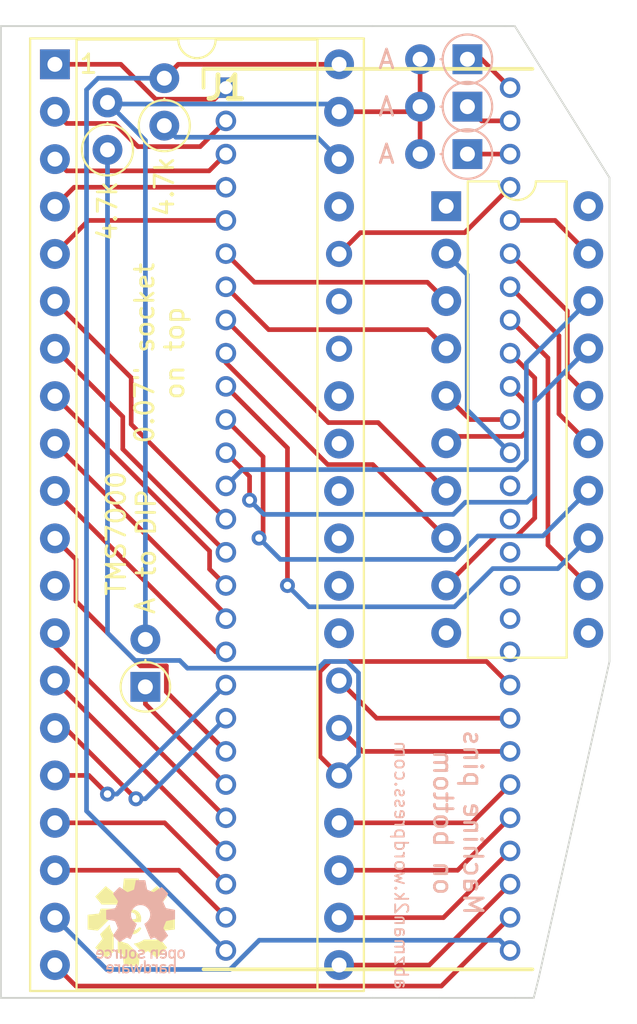
<source format=kicad_pcb>
(kicad_pcb (version 20211014) (generator pcbnew)
  (layers (0 "F.Cu" signal) (31 "B.Cu" signal) (34 "B.Paste" user) (35 "F.Paste" user) (36 "B.SilkS" user "B.Silkscreen") (37 "F.SilkS" user "F.Silkscreen") (38 "B.Mask" user) (39 "F.Mask" user) (44 "Edge.Cuts" user))
  (net 0 "")
  (net 1 "B5")
  (net 2 "B0")
  (net 3 "B2")
  (net 4 "B6")
  (net 5 "B3")
  (net 6 "B7")
  (net 7 "B1")
  (net 8 "Vss")
  (net 9 "B4")
  (net 10 "A1")
  (net 11 "A3")
  (net 12 "A7")
  (net 13 "{slash}INT1")
  (net 14 "A6")
  (net 15 "A0")
  (net 16 "A2")
  (net 17 "A4")
  (net 18 "{slash}INT3")
  (net 19 "{slash}RESET")
  (net 20 "XTAL2")
  (net 21 "D7")
  (net 22 "D4")
  (net 23 "D2")
  (net 24 "D1")
  (net 25 "A5")
  (net 26 "XTAL1")
  (net 27 "D6")
  (net 28 "D5")
  (net 29 "D3")
  (net 30 "Vcc")
  (net 31 "D0")
  (net 32 "C1")
  (net 33 "C3")
  (net 34 "C5")
  (net 35 "C7")
  (net 36 "MC")
  (net 37 "C0")
  (net 38 "C2")
  (net 39 "C4")
  (net 40 "C6")
  (net 41 "{slash}CS1")
  (net 42 "{slash}CS2")
  (net 43 "{slash}CS3")
  (net 44 "{slash}CS4")
  (net 51 "ADDR0")
  (net 52 "ADDR1")
  (net 53 "ADDR2")
  (net 54 "ADDR3")
  (net 55 "ADDR4")
  (net 56 "E1")
  (net 57 "E3")
  (net 58 "E5")
  (net 59 "E7")
  (net 60 "ADDR5")
  (net 61 "ADDR6")
  (net 62 "ADDR7")
  (net 64 "E0")
  (net 65 "E2")
  (net 66 "E4")
  (net 67 "E6")
  (footprint "Diode_THT:D_DO-35_SOD27_P2.54mm_Vertical_AnodeUp" (layer "F.Cu") (at 124.968 81.886315 90)
    (fp_text reference "D4" hide)
    (fp_text value "1N4148")
    (fp_text user "A" (at 4.34 0 90) (layer "F.SilkS"))
    (pad "1" thru_hole rect locked (at 0 0 90) (size 1.6 1.6) (drill 0.8) (layers *.Cu *.Mask) (net 44 "{slash}CS4"))
    (pad "2" thru_hole oval locked (at 2.54 0 90) (size 1.6 1.6) (drill 0.8) (layers *.Cu *.Mask) (net 4 "B6"))
  )
  (footprint "Resistor_THT:R_Axial_DIN0207_L6.3mm_D2.5mm_P2.54mm_Vertical" (layer "F.Cu") (at 125.984 51.816 90)
    (fp_text reference "R2" hide)
    (fp_text value "4.7k" (at -3.273 0 90) (layer "F.SilkS"))
    (pad "1" thru_hole circle locked (at 0 0 90) (size 1.6 1.6) (drill 0.8) (layers *.Cu *.Mask) (net 9 "B4"))
    (pad "2" thru_hole oval locked (at 2.54 0 90) (size 1.6 1.6) (drill 0.8) (layers *.Cu *.Mask) (net 8 "Vss"))
  )
  (footprint "Package_DIP:DIP-20_W7.62mm" (layer "F.Cu") (at 141.102 56.134)
    (fp_text reference "J2" hide)
    (fp_text value "DIP20 male pins")
    (pad "1" thru_hole rect locked (at 0 0) (size 1.6 1.6) (drill 0.8) (layers *.Cu *.Mask))
    (pad "2" thru_hole oval locked (at 0 2.54) (size 1.6 1.6) (drill 0.8) (layers *.Cu *.Mask) (net 51 "ADDR0"))
    (pad "3" thru_hole oval locked (at 0 5.08) (size 1.6 1.6) (drill 0.8) (layers *.Cu *.Mask) (net 64 "E0"))
    (pad "4" thru_hole oval locked (at 0 7.62) (size 1.6 1.6) (drill 0.8) (layers *.Cu *.Mask) (net 56 "E1"))
    (pad "5" thru_hole oval locked (at 0 10.16) (size 1.6 1.6) (drill 0.8) (layers *.Cu *.Mask) (net 52 "ADDR1"))
    (pad "6" thru_hole oval locked (at 0 12.7) (size 1.6 1.6) (drill 0.8) (layers *.Cu *.Mask) (net 53 "ADDR2"))
    (pad "7" thru_hole oval locked (at 0 15.24) (size 1.6 1.6) (drill 0.8) (layers *.Cu *.Mask) (net 65 "E2"))
    (pad "8" thru_hole oval locked (at 0 17.78) (size 1.6 1.6) (drill 0.8) (layers *.Cu *.Mask) (net 57 "E3"))
    (pad "9" thru_hole oval locked (at 0 20.32) (size 1.6 1.6) (drill 0.8) (layers *.Cu *.Mask) (net 54 "ADDR3"))
    (pad "10" thru_hole oval locked (at 0 22.86) (size 1.6 1.6) (drill 0.8) (layers *.Cu *.Mask))
    (pad "11" thru_hole oval locked (at 7.62 22.86) (size 1.6 1.6) (drill 0.8) (layers *.Cu *.Mask))
    (pad "12" thru_hole oval locked (at 7.62 20.32) (size 1.6 1.6) (drill 0.8) (layers *.Cu *.Mask) (net 55 "ADDR4"))
    (pad "13" thru_hole oval locked (at 7.62 17.78) (size 1.6 1.6) (drill 0.8) (layers *.Cu *.Mask) (net 66 "E4"))
    (pad "14" thru_hole oval locked (at 7.62 15.24) (size 1.6 1.6) (drill 0.8) (layers *.Cu *.Mask) (net 58 "E5"))
    (pad "15" thru_hole oval locked (at 7.62 12.7) (size 1.6 1.6) (drill 0.8) (layers *.Cu *.Mask) (net 60 "ADDR5"))
    (pad "16" thru_hole oval locked (at 7.62 10.16) (size 1.6 1.6) (drill 0.8) (layers *.Cu *.Mask) (net 61 "ADDR6"))
    (pad "17" thru_hole oval locked (at 7.62 7.62) (size 1.6 1.6) (drill 0.8) (layers *.Cu *.Mask) (net 67 "E6"))
    (pad "18" thru_hole oval locked (at 7.62 5.08) (size 1.6 1.6) (drill 0.8) (layers *.Cu *.Mask) (net 59 "E7"))
    (pad "19" thru_hole oval locked (at 7.62 2.54) (size 1.6 1.6) (drill 0.8) (layers *.Cu *.Mask) (net 62 "ADDR7"))
    (pad "20" thru_hole oval locked (at 7.62 0) (size 1.6 1.6) (drill 0.8) (layers *.Cu *.Mask))
  )
  (footprint "Evan's misc parts:DIP 54 1.78mm" (layer "F.Cu") (at 129.286 49.784)
    (fp_text reference "J1" (at 0 0) (layer "F.SilkS") (effects (font (size 1.27 1.27) (thickness 0.254))))
    (fp_text value "dip54 narrow" hide)
    (pad "1" thru_hole rect (at 0 0) (size 1.1 1.1) (drill 0.7) (layers *.Cu *.Mask) (net 1 "B5"))
    (pad "2" thru_hole circle (at 0 1.778) (size 1.1 1.1) (drill 0.7) (layers *.Cu *.Mask) (net 6 "B7"))
    (pad "3" thru_hole circle (at 0 3.556) (size 1.1 1.1) (drill 0.7) (layers *.Cu *.Mask) (net 2 "B0"))
    (pad "4" thru_hole circle (at 0 5.334) (size 1.1 1.1) (drill 0.7) (layers *.Cu *.Mask) (net 7 "B1"))
    (pad "5" thru_hole circle (at 0 7.112) (size 1.1 1.1) (drill 0.7) (layers *.Cu *.Mask) (net 3 "B2"))
    (pad "6" thru_hole circle (at 0 8.89) (size 1.1 1.1) (drill 0.7) (layers *.Cu *.Mask) (net 64 "E0"))
    (pad "7" thru_hole circle (at 0 10.668) (size 1.1 1.1) (drill 0.7) (layers *.Cu *.Mask) (net 56 "E1"))
    (pad "8" thru_hole circle (at 0 12.446) (size 1.1 1.1) (drill 0.7) (layers *.Cu *.Mask) (net 65 "E2"))
    (pad "9" thru_hole circle (at 0 14.224) (size 1.1 1.1) (drill 0.7) (layers *.Cu *.Mask) (net 57 "E3"))
    (pad "10" thru_hole circle (at 0 16.002) (size 1.1 1.1) (drill 0.7) (layers *.Cu *.Mask) (net 66 "E4"))
    (pad "11" thru_hole circle (at 0 17.78) (size 1.1 1.1) (drill 0.7) (layers *.Cu *.Mask) (net 58 "E5"))
    (pad "12" thru_hole circle (at 0 19.558) (size 1.1 1.1) (drill 0.7) (layers *.Cu *.Mask) (net 67 "E6"))
    (pad "13" thru_hole circle (at 0 21.336) (size 1.1 1.1) (drill 0.7) (layers *.Cu *.Mask) (net 59 "E7"))
    (pad "14" thru_hole circle (at 0 23.114) (size 1.1 1.1) (drill 0.7) (layers *.Cu *.Mask) (net 15 "A0"))
    (pad "15" thru_hole circle (at 0 24.892) (size 1.1 1.1) (drill 0.7) (layers *.Cu *.Mask) (net 10 "A1"))
    (pad "16" thru_hole circle (at 0 26.67) (size 1.1 1.1) (drill 0.7) (layers *.Cu *.Mask) (net 16 "A2"))
    (pad "17" thru_hole circle (at 0 28.448) (size 1.1 1.1) (drill 0.7) (layers *.Cu *.Mask) (net 11 "A3"))
    (pad "18" thru_hole circle (at 0 30.226) (size 1.1 1.1) (drill 0.7) (layers *.Cu *.Mask) (net 17 "A4"))
    (pad "19" thru_hole circle (at 0 32.004) (size 1.1 1.1) (drill 0.7) (layers *.Cu *.Mask) (net 25 "A5"))
    (pad "20" thru_hole circle (at 0 33.782) (size 1.1 1.1) (drill 0.7) (layers *.Cu *.Mask) (net 14 "A6"))
    (pad "21" thru_hole circle (at 0 35.56) (size 1.1 1.1) (drill 0.7) (layers *.Cu *.Mask) (net 12 "A7"))
    (pad "22" thru_hole circle (at 0 37.338) (size 1.1 1.1) (drill 0.7) (layers *.Cu *.Mask) (net 44 "{slash}CS4"))
    (pad "23" thru_hole circle (at 0 39.116) (size 1.1 1.1) (drill 0.7) (layers *.Cu *.Mask) (net 13 "{slash}INT1"))
    (pad "24" thru_hole circle (at 0 40.894) (size 1.1 1.1) (drill 0.7) (layers *.Cu *.Mask) (net 19 "{slash}RESET"))
    (pad "25" thru_hole circle (at 0 42.672) (size 1.1 1.1) (drill 0.7) (layers *.Cu *.Mask) (net 20 "XTAL2"))
    (pad "26" thru_hole circle (at 0 44.45) (size 1.1 1.1) (drill 0.7) (layers *.Cu *.Mask) (net 26 "XTAL1"))
    (pad "27" thru_hole circle (at 0 46.228) (size 1.1 1.1) (drill 0.7) (layers *.Cu *.Mask) (net 8 "Vss"))
    (pad "28" thru_hole circle (at 15.24 46.228) (size 1.1 1.1) (drill 0.7) (layers *.Cu *.Mask) (net 21 "D7"))
    (pad "29" thru_hole circle (at 15.24 44.45) (size 1.1 1.1) (drill 0.7) (layers *.Cu *.Mask) (net 27 "D6"))
    (pad "30" thru_hole circle (at 15.24 42.672) (size 1.1 1.1) (drill 0.7) (layers *.Cu *.Mask) (net 28 "D5"))
    (pad "31" thru_hole circle (at 15.24 40.894) (size 1.1 1.1) (drill 0.7) (layers *.Cu *.Mask) (net 22 "D4"))
    (pad "32" thru_hole circle (at 15.24 39.116) (size 1.1 1.1) (drill 0.7) (layers *.Cu *.Mask) (net 29 "D3"))
    (pad "33" thru_hole circle (at 15.24 37.338) (size 1.1 1.1) (drill 0.7) (layers *.Cu *.Mask) (net 23 "D2"))
    (pad "34" thru_hole circle (at 15.24 35.56) (size 1.1 1.1) (drill 0.7) (layers *.Cu *.Mask) (net 24 "D1"))
    (pad "35" thru_hole circle (at 15.24 33.782) (size 1.1 1.1) (drill 0.7) (layers *.Cu *.Mask) (net 31 "D0"))
    (pad "36" thru_hole circle (at 15.24 32.004) (size 1.1 1.1) (drill 0.7) (layers *.Cu *.Mask) (net 30 "Vcc"))
    (pad "37" thru_hole circle (at 15.24 30.226) (size 1.1 1.1) (drill 0.7) (layers *.Cu *.Mask))
    (pad "38" thru_hole circle (at 15.24 28.448) (size 1.1 1.1) (drill 0.7) (layers *.Cu *.Mask))
    (pad "39" thru_hole circle (at 15.24 26.67) (size 1.1 1.1) (drill 0.7) (layers *.Cu *.Mask))
    (pad "40" thru_hole circle (at 15.24 24.892) (size 1.1 1.1) (drill 0.7) (layers *.Cu *.Mask))
    (pad "41" thru_hole circle (at 15.24 23.114) (size 1.1 1.1) (drill 0.7) (layers *.Cu *.Mask))
    (pad "42" thru_hole circle (at 15.24 21.336) (size 1.1 1.1) (drill 0.7) (layers *.Cu *.Mask))
    (pad "43" thru_hole circle (at 15.24 19.558) (size 1.1 1.1) (drill 0.7) (layers *.Cu *.Mask) (net 51 "ADDR0"))
    (pad "44" thru_hole circle (at 15.24 17.78) (size 1.1 1.1) (drill 0.7) (layers *.Cu *.Mask) (net 52 "ADDR1"))
    (pad "45" thru_hole circle (at 15.24 16.002) (size 1.1 1.1) (drill 0.7) (layers *.Cu *.Mask) (net 53 "ADDR2"))
    (pad "46" thru_hole circle (at 15.24 14.224) (size 1.1 1.1) (drill 0.7) (layers *.Cu *.Mask) (net 54 "ADDR3"))
    (pad "47" thru_hole circle (at 15.24 12.446) (size 1.1 1.1) (drill 0.7) (layers *.Cu *.Mask) (net 55 "ADDR4"))
    (pad "48" thru_hole circle (at 15.24 10.668) (size 1.1 1.1) (drill 0.7) (layers *.Cu *.Mask) (net 60 "ADDR5"))
    (pad "49" thru_hole circle (at 15.24 8.89) (size 1.1 1.1) (drill 0.7) (layers *.Cu *.Mask) (net 61 "ADDR6"))
    (pad "50" thru_hole circle (at 15.24 7.112) (size 1.1 1.1) (drill 0.7) (layers *.Cu *.Mask) (net 62 "ADDR7"))
    (pad "51" thru_hole circle (at 15.24 5.334) (size 1.1 1.1) (drill 0.7) (layers *.Cu *.Mask) (net 36 "MC"))
    (pad "52" thru_hole circle (at 15.24 3.556) (size 1.1 1.1) (drill 0.7) (layers *.Cu *.Mask) (net 43 "{slash}CS3"))
    (pad "53" thru_hole circle (at 15.24 1.778) (size 1.1 1.1) (drill 0.7) (layers *.Cu *.Mask) (net 42 "{slash}CS2"))
    (pad "54" thru_hole circle (at 15.24 0) (size 1.1 1.1) (drill 0.7) (layers *.Cu *.Mask) (net 41 "{slash}CS1"))
  )
  (footprint "Package_DIP:DIP-40_W15.24mm_Socket" (layer "F.Cu") (at 120.116 48.5315)
    (fp_text reference "U1" hide)
    (fp_text value "DIP40 male pins")
    (pad "1" thru_hole rect locked (at 0 0) (size 1.6 1.6) (drill 0.8) (layers *.Cu *.Mask) (net 1 "B5"))
    (pad "2" thru_hole oval locked (at 0 2.54) (size 1.6 1.6) (drill 0.8) (layers *.Cu *.Mask) (net 6 "B7"))
    (pad "3" thru_hole oval locked (at 0 5.08) (size 1.6 1.6) (drill 0.8) (layers *.Cu *.Mask) (net 2 "B0"))
    (pad "4" thru_hole oval locked (at 0 7.62) (size 1.6 1.6) (drill 0.8) (layers *.Cu *.Mask) (net 7 "B1"))
    (pad "5" thru_hole oval locked (at 0 10.16) (size 1.6 1.6) (drill 0.8) (layers *.Cu *.Mask) (net 3 "B2"))
    (pad "6" thru_hole oval locked (at 0 12.7) (size 1.6 1.6) (drill 0.8) (layers *.Cu *.Mask) (net 15 "A0"))
    (pad "7" thru_hole oval locked (at 0 15.24) (size 1.6 1.6) (drill 0.8) (layers *.Cu *.Mask) (net 10 "A1"))
    (pad "8" thru_hole oval locked (at 0 17.78) (size 1.6 1.6) (drill 0.8) (layers *.Cu *.Mask) (net 16 "A2"))
    (pad "9" thru_hole oval locked (at 0 20.32) (size 1.6 1.6) (drill 0.8) (layers *.Cu *.Mask) (net 11 "A3"))
    (pad "10" thru_hole oval locked (at 0 22.86) (size 1.6 1.6) (drill 0.8) (layers *.Cu *.Mask) (net 17 "A4"))
    (pad "11" thru_hole oval locked (at 0 25.4) (size 1.6 1.6) (drill 0.8) (layers *.Cu *.Mask) (net 12 "A7"))
    (pad "12" thru_hole oval locked (at 0 27.94) (size 1.6 1.6) (drill 0.8) (layers *.Cu *.Mask) (net 18 "{slash}INT3"))
    (pad "13" thru_hole oval locked (at 0 30.48) (size 1.6 1.6) (drill 0.8) (layers *.Cu *.Mask) (net 13 "{slash}INT1"))
    (pad "14" thru_hole oval locked (at 0 33.02) (size 1.6 1.6) (drill 0.8) (layers *.Cu *.Mask) (net 19 "{slash}RESET"))
    (pad "15" thru_hole oval locked (at 0 35.56) (size 1.6 1.6) (drill 0.8) (layers *.Cu *.Mask) (net 14 "A6"))
    (pad "16" thru_hole oval locked (at 0 38.1) (size 1.6 1.6) (drill 0.8) (layers *.Cu *.Mask) (net 25 "A5"))
    (pad "17" thru_hole oval locked (at 0 40.64) (size 1.6 1.6) (drill 0.8) (layers *.Cu *.Mask) (net 20 "XTAL2"))
    (pad "18" thru_hole oval locked (at 0 43.18) (size 1.6 1.6) (drill 0.8) (layers *.Cu *.Mask) (net 26 "XTAL1"))
    (pad "19" thru_hole oval locked (at 0 45.72) (size 1.6 1.6) (drill 0.8) (layers *.Cu *.Mask) (net 21 "D7"))
    (pad "20" thru_hole oval locked (at 0 48.26) (size 1.6 1.6) (drill 0.8) (layers *.Cu *.Mask) (net 27 "D6"))
    (pad "21" thru_hole oval locked (at 15.24 48.26) (size 1.6 1.6) (drill 0.8) (layers *.Cu *.Mask) (net 28 "D5"))
    (pad "22" thru_hole oval locked (at 15.24 45.72) (size 1.6 1.6) (drill 0.8) (layers *.Cu *.Mask) (net 22 "D4"))
    (pad "23" thru_hole oval locked (at 15.24 43.18) (size 1.6 1.6) (drill 0.8) (layers *.Cu *.Mask) (net 29 "D3"))
    (pad "24" thru_hole oval locked (at 15.24 40.64) (size 1.6 1.6) (drill 0.8) (layers *.Cu *.Mask) (net 23 "D2"))
    (pad "25" thru_hole oval locked (at 15.24 38.1) (size 1.4 1.4) (drill 0.8) (layers *.Cu *.Mask) (net 30 "Vcc"))
    (pad "26" thru_hole oval locked (at 15.24 35.56) (size 1.4 1.4) (drill 0.8) (layers *.Cu *.Mask) (net 24 "D1"))
    (pad "27" thru_hole oval locked (at 15.24 33.02) (size 1.4 1.4) (drill 0.8) (layers *.Cu *.Mask) (net 31 "D0"))
    (pad "28" thru_hole oval locked (at 15.24 30.48) (size 1.6 1.6) (drill 0.8) (layers *.Cu *.Mask) (net 37 "C0"))
    (pad "29" thru_hole oval locked (at 15.24 27.94) (size 1.6 1.6) (drill 0.8) (layers *.Cu *.Mask) (net 32 "C1"))
    (pad "30" thru_hole oval locked (at 15.24 25.4) (size 1.6 1.6) (drill 0.8) (layers *.Cu *.Mask) (net 38 "C2"))
    (pad "31" thru_hole oval locked (at 15.24 22.86) (size 1.6 1.6) (drill 0.8) (layers *.Cu *.Mask) (net 33 "C3"))
    (pad "32" thru_hole oval locked (at 15.24 20.32) (size 1.6 1.6) (drill 0.8) (layers *.Cu *.Mask) (net 39 "C4"))
    (pad "33" thru_hole oval locked (at 15.24 17.78) (size 1.6 1.6) (drill 0.8) (layers *.Cu *.Mask) (net 34 "C5"))
    (pad "34" thru_hole oval locked (at 15.24 15.24) (size 1.4 1.4) (drill 0.8) (layers *.Cu *.Mask) (net 40 "C6"))
    (pad "35" thru_hole oval locked (at 15.24 12.7) (size 1.4 1.4) (drill 0.8) (layers *.Cu *.Mask) (net 35 "C7"))
    (pad "36" thru_hole oval locked (at 15.24 10.16) (size 1.4 1.4) (drill 0.8) (layers *.Cu *.Mask) (net 36 "MC"))
    (pad "37" thru_hole oval locked (at 15.24 7.62) (size 1.6 1.6) (drill 0.8) (layers *.Cu *.Mask) (net 5 "B3"))
    (pad "38" thru_hole oval locked (at 15.24 5.08) (size 1.6 1.6) (drill 0.8) (layers *.Cu *.Mask) (net 9 "B4"))
    (pad "39" thru_hole oval locked (at 15.24 2.54) (size 1.6 1.6) (drill 0.8) (layers *.Cu *.Mask) (net 4 "B6"))
    (pad "40" thru_hole oval locked (at 15.24 0) (size 1.6 1.6) (drill 0.8) (layers *.Cu *.Mask) (net 8 "Vss"))
  )
  (footprint "Evan's misc parts:Evan Logo" (layer "F.Cu") (at 124.206 94.488)
    (fp_text reference "G***" hide)
    (fp_text value "LOGO" hide)
  )
  (footprint "Resistor_THT:R_Axial_DIN0207_L6.3mm_D2.5mm_P2.54mm_Vertical" (layer "F.Cu") (at 122.936 53.115 90)
    (fp_text reference "R1" hide)
    (fp_text value "4.7k" (at -3.273 0 90) (layer "F.SilkS"))
    (pad "1" thru_hole circle locked (at 0 0 90) (size 1.6 1.6) (drill 0.8) (layers *.Cu *.Mask) (net 30 "Vcc"))
    (pad "2" thru_hole oval locked (at 2.54 0 90) (size 1.6 1.6) (drill 0.8) (layers *.Cu *.Mask) (net 4 "B6"))
  )
  (footprint "Evan's misc parts:OSHW gear" (layer "B.Cu") (at 124.714 94.742 180)
    (fp_text reference "G***" hide)
    (fp_text value "LOGO" hide)
  )
  (footprint "Diode_THT:D_DO-35_SOD27_P2.54mm_Vertical_AnodeUp" (layer "B.Cu") (at 142.24 50.8 180)
    (fp_text reference "D2" hide)
    (fp_text value "1N4148")
    (fp_text user "A" (at 4.34 0) (layer "B.SilkS") (effects (justify mirror)))
    (pad "1" thru_hole rect locked (at 0 0 180) (size 1.6 1.6) (drill 0.8) (layers *.Cu *.Mask) (net 42 "{slash}CS2"))
    (pad "2" thru_hole oval locked (at 2.54 0 180) (size 1.6 1.6) (drill 0.8) (layers *.Cu *.Mask) (net 4 "B6"))
  )
  (footprint "Diode_THT:D_DO-35_SOD27_P2.54mm_Vertical_AnodeUp" (layer "B.Cu") (at 142.24 48.26 180)
    (fp_text reference "D1" hide)
    (fp_text value "1N4148")
    (fp_text user "A" (at 4.34 0) (layer "B.SilkS") (effects (justify mirror)))
    (pad "1" thru_hole rect locked (at 0 0 180) (size 1.6 1.6) (drill 0.8) (layers *.Cu *.Mask) (net 41 "{slash}CS1"))
    (pad "2" thru_hole oval locked (at 2.54 0 180) (size 1.6 1.6) (drill 0.8) (layers *.Cu *.Mask) (net 4 "B6"))
  )
  (footprint "Diode_THT:D_DO-35_SOD27_P2.54mm_Vertical_AnodeUp" (layer "B.Cu") (at 142.24 53.34 180)
    (fp_text reference "D3" hide)
    (fp_text value "1N4148")
    (fp_text user "A" (at 4.34 0) (layer "B.SilkS") (effects (justify mirror)))
    (pad "1" thru_hole rect locked (at 0 0 180) (size 1.6 1.6) (drill 0.8) (layers *.Cu *.Mask) (net 43 "{slash}CS3"))
    (pad "2" thru_hole oval locked (at 2.54 0 180) (size 1.6 1.6) (drill 0.8) (layers *.Cu *.Mask) (net 4 "B6"))
  )
  (gr_line (start 117.221 98.552) (end 137.16 98.552) (layer "Edge.Cuts") (width 0.1))
  (gr_line (start 149.86 54.61) (end 149.86 80.518) (layer "Edge.Cuts") (width 0.1))
  (gr_line (start 140.716 98.552) (end 144.78 98.552) (layer "Edge.Cuts") (width 0.1))
  (gr_line (start 144.78 98.552) (end 145.542 98.552) (layer "Edge.Cuts") (width 0.1))
  (gr_line (start 149.86 80.518) (end 146.05 97.536) (layer "Edge.Cuts") (width 0.1))
  (gr_line (start 144.78 46.482) (end 149.86 54.61) (layer "Edge.Cuts") (width 0.1))
  (gr_line (start 146.05 97.536) (end 145.796 98.552) (layer "Edge.Cuts") (width 0.1))
  (gr_line (start 137.16 46.482) (end 144.272 46.482) (layer "Edge.Cuts") (width 0.1))
  (gr_line (start 117.221 46.482) (end 117.221 81.407) (layer "Edge.Cuts") (width 0.1))
  (gr_line (start 144.272 46.482) (end 144.78 46.482) (layer "Edge.Cuts") (width 0.1))
  (gr_line (start 140.716 98.552) (end 137.16 98.552) (layer "Edge.Cuts") (width 0.1))
  (gr_line (start 145.542 98.552) (end 145.796 98.552) (layer "Edge.Cuts") (width 0.1))
  (gr_line (start 137.16 46.482) (end 117.221 46.482) (layer "Edge.Cuts") (width 0.1))
  (gr_line (start 117.221 81.407) (end 117.221 98.552) (layer "Edge.Cuts") (width 0.1))
  (gr_text "Machine pins\non bottom" (at 141.732 89.154 270) (layer "B.SilkS") (effects (font (size 1 1)) (justify mirror)))
  (gr_text "abzman2k.wordpress.com" (at 138.684 91.44 -90) (layer "B.SilkS") (effects (font (size 0.7 0.7) (thickness 0.1)) (justify mirror)))
  (gr_text "TMS7000\nto DIP" (at 124.206 73.66 90) (layer "F.SilkS") (effects (font (size 1 1))))
  (gr_text "1" (at 121.92 48.514) (layer "F.SilkS") (effects (font (size 1 1))))
  (gr_text "0.07{dblquote} socket\non top" (at 125.73 64.008 90) (layer "F.SilkS") (effects (font (size 1 1))))
  (segment (start 123.6492 48.5315) (end 120.116 48.5315) (width 0.25) (layer "F.Cu") (net 1))
  (segment (start 129.286 49.784) (end 128.669489 50.400511) (width 0.25) (layer "F.Cu") (net 1))
  (segment (start 128.669489 50.400511) (end 125.518211 50.400511) (width 0.25) (layer "F.Cu") (net 1))
  (segment (start 125.518211 50.400511) (end 123.6492 48.5315) (width 0.25) (layer "F.Cu") (net 1))
  (segment (start 129.286 53.34) (end 128.386489 54.239511) (width 0.25) (layer "F.Cu") (net 2))
  (segment (start 128.386489 54.239511) (end 120.744011 54.239511) (width 0.25) (layer "F.Cu") (net 2))
  (segment (start 120.744011 54.239511) (end 120.116 53.6115) (width 0.25) (layer "F.Cu") (net 2))
  (segment (start 121.9115 56.896) (end 120.116 58.6915) (width 0.25) (layer "F.Cu") (net 3))
  (segment (start 129.286 56.896) (end 121.9115 56.896) (width 0.25) (layer "F.Cu") (net 3))
  (segment (start 139.7 53.34) (end 139.7 50.8) (width 0.25) (layer "F.Cu") (net 4))
  (segment (start 135.356 51.0715) (end 139.4285 51.0715) (width 0.25) (layer "F.Cu") (net 4))
  (segment (start 139.4285 51.0715) (end 139.7 50.8) (width 0.25) (layer "F.Cu") (net 4))
  (segment (start 139.7 50.8) (end 139.7 48.26) (width 0.25) (layer "F.Cu") (net 4))
  (segment (start 123.019511 50.658511) (end 134.943011 50.658511) (width 0.25) (layer "B.Cu") (net 4))
  (segment (start 124.968 52.607) (end 122.936 50.575) (width 0.25) (layer "B.Cu") (net 4))
  (segment (start 124.968 79.346315) (end 124.968 52.607) (width 0.25) (layer "B.Cu") (net 4))
  (segment (start 122.936 50.575) (end 123.019511 50.658511) (width 0.25) (layer "B.Cu") (net 4))
  (segment (start 134.943011 50.658511) (end 135.356 51.0715) (width 0.25) (layer "B.Cu") (net 4))
  (segment (start 123.327511 51.699511) (end 120.744011 51.699511) (width 0.25) (layer "F.Cu") (net 6))
  (segment (start 120.744011 51.699511) (end 120.116 51.0715) (width 0.25) (layer "F.Cu") (net 6))
  (segment (start 129.286 51.562) (end 127.907489 52.940511) (width 0.25) (layer "F.Cu") (net 6))
  (segment (start 124.568511 52.940511) (end 123.327511 51.699511) (width 0.25) (layer "F.Cu") (net 6))
  (segment (start 127.907489 52.940511) (end 124.568511 52.940511) (width 0.25) (layer "F.Cu") (net 6))
  (segment (start 121.1495 55.118) (end 120.116 56.1515) (width 0.25) (layer "F.Cu") (net 7))
  (segment (start 129.286 55.118) (end 121.1495 55.118) (width 0.25) (layer "F.Cu") (net 7))
  (segment (start 126.7285 48.5315) (end 135.356 48.5315) (width 0.25) (layer "F.Cu") (net 8))
  (segment (start 125.984 49.276) (end 126.7285 48.5315) (width 0.25) (layer "F.Cu") (net 8))
  (segment (start 122.428 49.276) (end 125.984 49.276) (width 0.25) (layer "B.Cu") (net 8))
  (segment (start 121.811489 88.537489) (end 121.811489 49.892511) (width 0.25) (layer "B.Cu") (net 8))
  (segment (start 121.811489 49.892511) (end 122.428 49.276) (width 0.25) (layer "B.Cu") (net 8))
  (segment (start 129.286 96.012) (end 121.811489 88.537489) (width 0.25) (layer "B.Cu") (net 8))
  (segment (start 125.984 51.816) (end 126.604511 52.436511) (width 0.25) (layer "B.Cu") (net 9))
  (segment (start 126.604511 52.436511) (end 134.181011 52.436511) (width 0.25) (layer "B.Cu") (net 9))
  (segment (start 134.181011 52.436511) (end 135.356 53.6115) (width 0.25) (layer "B.Cu") (net 9))
  (segment (start 123.75648 67.41198) (end 123.75648 69.14648) (width 0.25) (layer "F.Cu") (net 10))
  (segment (start 120.116 63.7715) (end 123.75648 67.41198) (width 0.25) (layer "F.Cu") (net 10))
  (segment (start 123.75648 69.14648) (end 129.286 74.676) (width 0.25) (layer "F.Cu") (net 10))
  (segment (start 120.116 68.8515) (end 129.286 78.0215) (width 0.25) (layer "F.Cu") (net 11))
  (segment (start 129.286 78.0215) (end 129.286 78.232) (width 0.25) (layer "F.Cu") (net 11))
  (segment (start 126.092511 82.150511) (end 126.092511 80.761804) (width 0.25) (layer "F.Cu") (net 12))
  (segment (start 121.240511 77.298511) (end 121.240511 75.056011) (width 0.25) (layer "F.Cu") (net 12))
  (segment (start 124.703804 80.761804) (end 121.240511 77.298511) (width 0.25) (layer "F.Cu") (net 12))
  (segment (start 121.240511 75.056011) (end 120.116 73.9315) (width 0.25) (layer "F.Cu") (net 12))
  (segment (start 129.286 85.344) (end 126.092511 82.150511) (width 0.25) (layer "F.Cu") (net 12))
  (segment (start 126.092511 80.761804) (end 124.703804 80.761804) (width 0.25) (layer "F.Cu") (net 12))
  (segment (start 120.116 79.0115) (end 120.116 79.73) (width 0.25) (layer "F.Cu") (net 13))
  (segment (start 120.116 79.73) (end 129.286 88.9) (width 0.25) (layer "F.Cu") (net 13))
  (segment (start 124.46 87.884) (end 120.6675 84.0915) (width 0.25) (layer "F.Cu") (net 14))
  (segment (start 120.6675 84.0915) (end 120.116 84.0915) (width 0.25) (layer "F.Cu") (net 14))
  (via (at 124.46 87.884) (size 0.8) (drill 0.4) (layers "F.Cu" "B.Cu") (net 14))
  (segment (start 124.968 87.884) (end 129.286 83.566) (width 0.25) (layer "B.Cu") (net 14))
  (segment (start 124.46 87.884) (end 124.968 87.884) (width 0.25) (layer "B.Cu") (net 14))
  (segment (start 120.116 61.2315) (end 124.206 65.3215) (width 0.25) (layer "F.Cu") (net 15))
  (segment (start 124.206 65.3215) (end 124.206 67.818) (width 0.25) (layer "F.Cu") (net 15))
  (segment (start 124.206 67.818) (end 129.286 72.898) (width 0.25) (layer "F.Cu") (net 15))
  (segment (start 120.116 66.3115) (end 128.411489 74.606989) (width 0.25) (layer "F.Cu") (net 16))
  (segment (start 128.411489 74.606989) (end 128.411489 75.579489) (width 0.25) (layer "F.Cu") (net 16))
  (segment (start 128.411489 75.579489) (end 129.286 76.454) (width 0.25) (layer "F.Cu") (net 16))
  (segment (start 120.116 71.3915) (end 128.7345 80.01) (width 0.25) (layer "F.Cu") (net 17))
  (segment (start 128.7345 80.01) (end 129.286 80.01) (width 0.25) (layer "F.Cu") (net 17))
  (segment (start 129.2425 90.678) (end 129.286 90.678) (width 0.25) (layer "F.Cu") (net 19))
  (segment (start 120.116 81.5515) (end 129.2425 90.678) (width 0.25) (layer "F.Cu") (net 19))
  (segment (start 120.116 89.1715) (end 126.0015 89.1715) (width 0.25) (layer "F.Cu") (net 20))
  (segment (start 126.0015 89.1715) (end 129.286 92.456) (width 0.25) (layer "F.Cu") (net 20))
  (segment (start 131.072746 95.462) (end 129.506746 97.028) (width 0.25) (layer "B.Cu") (net 21))
  (segment (start 129.506746 97.028) (end 122.8925 97.028) (width 0.25) (layer "B.Cu") (net 21))
  (segment (start 143.976 95.462) (end 131.072746 95.462) (width 0.25) (layer "B.Cu") (net 21))
  (segment (start 144.526 96.012) (end 143.976 95.462) (width 0.25) (layer "B.Cu") (net 21))
  (segment (start 122.8925 97.028) (end 120.116 94.2515) (width 0.25) (layer "B.Cu") (net 21))
  (segment (start 135.356 94.2515) (end 140.9525 94.2515) (width 0.25) (layer "F.Cu") (net 22))
  (segment (start 140.9525 94.2515) (end 144.526 90.678) (width 0.25) (layer "F.Cu") (net 22))
  (segment (start 142.4765 89.1715) (end 144.526 87.122) (width 0.25) (layer "F.Cu") (net 23))
  (segment (start 135.356 89.1715) (end 142.4765 89.1715) (width 0.25) (layer "F.Cu") (net 23))
  (segment (start 135.356 84.0915) (end 136.6085 85.344) (width 0.25) (layer "F.Cu") (net 24))
  (segment (start 136.6085 85.344) (end 144.526 85.344) (width 0.25) (layer "F.Cu") (net 24))
  (segment (start 120.116 86.6315) (end 121.9375 86.6315) (width 0.25) (layer "F.Cu") (net 25))
  (segment (start 121.9375 86.6315) (end 122.936 87.63) (width 0.25) (layer "F.Cu") (net 25))
  (via (at 122.936 87.63) (size 0.8) (drill 0.4) (layers "F.Cu" "B.Cu") (net 25))
  (segment (start 122.936 87.63) (end 123.444 87.63) (width 0.25) (layer "B.Cu") (net 25))
  (segment (start 123.444 87.63) (end 129.286 81.788) (width 0.25) (layer "B.Cu") (net 25))
  (segment (start 120.116 91.7115) (end 126.7635 91.7115) (width 0.25) (layer "F.Cu") (net 26))
  (segment (start 126.7635 91.7115) (end 129.286 94.234) (width 0.25) (layer "F.Cu") (net 26))
  (segment (start 144.526 94.234) (end 140.843989 97.916011) (width 0.25) (layer "F.Cu") (net 27))
  (segment (start 140.843989 97.916011) (end 121.240511 97.916011) (width 0.25) (layer "F.Cu") (net 27))
  (segment (start 121.240511 97.916011) (end 120.116 96.7915) (width 0.25) (layer "F.Cu") (net 27))
  (segment (start 140.1905 96.7915) (end 144.526 92.456) (width 0.25) (layer "F.Cu") (net 28))
  (segment (start 135.356 96.7915) (end 140.1905 96.7915) (width 0.25) (layer "F.Cu") (net 28))
  (segment (start 135.356 91.7115) (end 141.7145 91.7115) (width 0.25) (layer "F.Cu") (net 29))
  (segment (start 141.7145 91.7115) (end 144.526 88.9) (width 0.25) (layer "F.Cu") (net 29))
  (segment (start 143.264989 80.526989) (end 134.865011 80.526989) (width 0.25) (layer "F.Cu") (net 30))
  (segment (start 134.331489 85.606989) (end 135.356 86.6315) (width 0.25) (layer "F.Cu") (net 30))
  (segment (start 134.331489 81.060511) (end 134.331489 85.606989) (width 0.25) (layer "F.Cu") (net 30))
  (segment (start 134.865011 80.526989) (end 134.331489 81.060511) (width 0.25) (layer "F.Cu") (net 30))
  (segment (start 144.526 81.788) (end 143.264989 80.526989) (width 0.25) (layer "F.Cu") (net 30))
  (segment (start 122.936 78.994) (end 122.936 53.115) (width 0.25) (layer "B.Cu") (net 30))
  (segment (start 136.398 85.5895) (end 136.398 81.144622) (width 0.25) (layer "B.Cu") (net 30))
  (segment (start 134.595735 80.526989) (end 134.238213 80.884511) (width 0.25) (layer "B.Cu") (net 30))
  (segment (start 126.807337 80.470826) (end 124.412826 80.470826) (width 0.25) (layer "B.Cu") (net 30))
  (segment (start 134.238213 80.884511) (end 127.221022 80.884511) (width 0.25) (layer "B.Cu") (net 30))
  (segment (start 127.221022 80.884511) (end 126.807337 80.470826) (width 0.25) (layer "B.Cu") (net 30))
  (segment (start 135.356 86.6315) (end 136.398 85.5895) (width 0.25) (layer "B.Cu") (net 30))
  (segment (start 124.412826 80.470826) (end 122.936 78.994) (width 0.25) (layer "B.Cu") (net 30))
  (segment (start 136.398 81.144622) (end 135.780367 80.526989) (width 0.25) (layer "B.Cu") (net 30))
  (segment (start 135.780367 80.526989) (end 134.595735 80.526989) (width 0.25) (layer "B.Cu") (net 30))
  (segment (start 137.3705 83.566) (end 144.526 83.566) (width 0.25) (layer "F.Cu") (net 31))
  (segment (start 135.356 81.5515) (end 137.3705 83.566) (width 0.25) (layer "F.Cu") (net 31))
  (segment (start 142.094511 57.549489) (end 144.526 55.118) (width 0.25) (layer "F.Cu") (net 36))
  (segment (start 135.356 58.6915) (end 136.498011 57.549489) (width 0.25) (layer "F.Cu") (net 36))
  (segment (start 136.498011 57.549489) (end 142.094511 57.549489) (width 0.25) (layer "F.Cu") (net 36))
  (segment (start 144.526 49.784) (end 143.002 48.26) (width 0.25) (layer "F.Cu") (net 41))
  (segment (start 143.002 48.26) (end 142.24 48.26) (width 0.25) (layer "F.Cu") (net 41))
  (segment (start 143.002 51.562) (end 142.24 50.8) (width 0.25) (layer "F.Cu") (net 42))
  (segment (start 144.526 51.562) (end 143.002 51.562) (width 0.25) (layer "F.Cu") (net 42))
  (segment (start 144.526 53.34) (end 142.24 53.34) (width 0.25) (layer "F.Cu") (net 43))
  (segment (start 124.968 82.804) (end 124.968 81.886315) (width 0.25) (layer "F.Cu") (net 44))
  (segment (start 129.286 87.122) (end 124.968 82.804) (width 0.25) (layer "F.Cu") (net 44))
  (segment (start 142.226511 67.042511) (end 142.226511 59.798511) (width 0.25) (layer "B.Cu") (net 51))
  (segment (start 144.526 69.342) (end 142.226511 67.042511) (width 0.25) (layer "B.Cu") (net 51))
  (segment (start 142.226511 59.798511) (end 141.102 58.674) (width 0.25) (layer "B.Cu") (net 51))
  (segment (start 144.526 67.564) (end 142.372 67.564) (width 0.25) (layer "F.Cu") (net 52))
  (segment (start 142.372 67.564) (end 141.102 66.294) (width 0.25) (layer "F.Cu") (net 52))
  (segment (start 145.400511 66.660511) (end 145.400511 68.213489) (width 0.25) (layer "F.Cu") (net 53))
  (segment (start 144.526 65.786) (end 145.400511 66.660511) (width 0.25) (layer "F.Cu") (net 53))
  (segment (start 141.468511 68.467489) (end 141.102 68.834) (width 0.25) (layer "F.Cu") (net 53))
  (segment (start 145.400511 68.213489) (end 145.146511 68.467489) (width 0.25) (layer "F.Cu") (net 53))
  (segment (start 145.146511 68.467489) (end 141.468511 68.467489) (width 0.25) (layer "F.Cu") (net 53))
  (segment (start 143.754511 73.801489) (end 141.102 76.454) (width 0.25) (layer "F.Cu") (net 54))
  (segment (start 145.850031 65.332031) (end 145.850031 72.839693) (width 0.25) (layer "F.Cu") (net 54))
  (segment (start 144.526 64.008) (end 145.850031 65.332031) (width 0.25) (layer "F.Cu") (net 54))
  (segment (start 145.850031 72.839693) (end 144.888235 73.801489) (width 0.25) (layer "F.Cu") (net 54))
  (segment (start 144.888235 73.801489) (end 143.754511 73.801489) (width 0.25) (layer "F.Cu") (net 54))
  (segment (start 148.722 76.454) (end 146.558 74.29) (width 0.25) (layer "F.Cu") (net 55))
  (segment (start 146.558 74.29) (end 146.558 64.262) (width 0.25) (layer "F.Cu") (net 55))
  (segment (start 146.558 64.262) (end 144.526 62.23) (width 0.25) (layer "F.Cu") (net 55))
  (segment (start 129.286 60.452) (end 131.580989 62.746989) (width 0.25) (layer "F.Cu") (net 56))
  (segment (start 140.094989 62.746989) (end 141.102 63.754) (width 0.25) (layer "F.Cu") (net 56))
  (segment (start 131.580989 62.746989) (end 140.094989 62.746989) (width 0.25) (layer "F.Cu") (net 56))
  (segment (start 137.164011 69.976011) (end 134.746011 69.976011) (width 0.25) (layer "F.Cu") (net 57))
  (segment (start 141.102 73.914) (end 137.164011 69.976011) (width 0.25) (layer "F.Cu") (net 57))
  (segment (start 134.746011 69.976011) (end 129.286 64.516) (width 0.25) (layer "F.Cu") (net 57))
  (segment (start 129.286 64.516) (end 129.286 64.008) (width 0.25) (layer "F.Cu") (net 57))
  (segment (start 131.280511 73.697489) (end 131.280511 69.558511) (width 0.25) (layer "F.Cu") (net 58))
  (segment (start 131.280511 69.558511) (end 129.286 67.564) (width 0.25) (layer "F.Cu") (net 58))
  (segment (start 131.064 73.914) (end 131.280511 73.697489) (width 0.25) (layer "F.Cu") (net 58))
  (via (at 131.064 73.914) (size 0.8) (drill 0.4) (layers "F.Cu" "B.Cu") (net 58))
  (segment (start 132.206011 75.056011) (end 131.064 73.914) (width 0.25) (layer "B.Cu") (net 58))
  (segment (start 141.550289 75.056011) (end 132.206011 75.056011) (width 0.25) (layer "B.Cu") (net 58))
  (segment (start 146.294511 73.801489) (end 142.804811 73.801489) (width 0.25) (layer "B.Cu") (net 58))
  (segment (start 148.722 71.374) (end 146.294511 73.801489) (width 0.25) (layer "B.Cu") (net 58))
  (segment (start 142.804811 73.801489) (end 141.550289 75.056011) (width 0.25) (layer "B.Cu") (net 58))
  (segment (start 148.722 61.214) (end 145.400511 64.535489) (width 0.25) (layer "B.Cu") (net 59))
  (segment (start 145.400511 64.535489) (end 145.400511 69.733213) (width 0.25) (layer "B.Cu") (net 59))
  (segment (start 144.888235 70.245489) (end 130.160511 70.245489) (width 0.25) (layer "B.Cu") (net 59))
  (segment (start 145.400511 69.733213) (end 144.888235 70.245489) (width 0.25) (layer "B.Cu") (net 59))
  (segment (start 130.160511 70.245489) (end 129.286 71.12) (width 0.25) (layer "B.Cu") (net 59))
  (segment (start 147.147969 67.259969) (end 147.147969 63.073969) (width 0.25) (layer "F.Cu") (net 60))
  (segment (start 148.722 68.834) (end 147.147969 67.259969) (width 0.25) (layer "F.Cu") (net 60))
  (segment (start 147.147969 63.073969) (end 144.526 60.452) (width 0.25) (layer "F.Cu") (net 60))
  (segment (start 148.722 66.294) (end 147.597489 65.169489) (width 0.25) (layer "F.Cu") (net 61))
  (segment (start 147.597489 65.169489) (end 147.597489 61.745489) (width 0.25) (layer "F.Cu") (net 61))
  (segment (start 147.597489 61.745489) (end 144.526 58.674) (width 0.25) (layer "F.Cu") (net 61))
  (segment (start 144.526 56.896) (end 146.944 56.896) (width 0.25) (layer "F.Cu") (net 62))
  (segment (start 146.944 56.896) (end 148.722 58.674) (width 0.25) (layer "F.Cu") (net 62))
  (segment (start 140.094989 60.206989) (end 141.102 61.214) (width 0.25) (layer "F.Cu") (net 64))
  (segment (start 129.286 58.674) (end 130.818989 60.206989) (width 0.25) (layer "F.Cu") (net 64))
  (segment (start 130.818989 60.206989) (end 140.094989 60.206989) (width 0.25) (layer "F.Cu") (net 64))
  (segment (start 137.454989 67.726989) (end 134.782989 67.726989) (width 0.25) (layer "F.Cu") (net 65))
  (segment (start 141.102 71.374) (end 137.454989 67.726989) (width 0.25) (layer "F.Cu") (net 65))
  (segment (start 134.782989 67.726989) (end 129.286 62.23) (width 0.25) (layer "F.Cu") (net 65))
  (segment (start 132.588 69.088) (end 129.286 65.786) (width 0.25) (layer "F.Cu") (net 66))
  (segment (start 132.588 76.454) (end 132.588 69.088) (width 0.25) (layer "F.Cu") (net 66))
  (via (at 132.588 76.454) (size 0.8) (drill 0.4) (layers "F.Cu" "B.Cu") (net 66))
  (segment (start 143.595789 75.550511) (end 141.550289 77.596011) (width 0.25) (layer "B.Cu") (net 66))
  (segment (start 141.550289 77.596011) (end 133.730011 77.596011) (width 0.25) (layer "B.Cu") (net 66))
  (segment (start 148.722 73.914) (end 147.085489 75.550511) (width 0.25) (layer "B.Cu") (net 66))
  (segment (start 147.085489 75.550511) (end 143.595789 75.550511) (width 0.25) (layer "B.Cu") (net 66))
  (segment (start 133.730011 77.596011) (end 132.588 76.454) (width 0.25) (layer "B.Cu") (net 66))
  (segment (start 130.556 71.882) (end 130.556 70.612) (width 0.25) (layer "F.Cu") (net 67))
  (segment (start 130.556 70.612) (end 129.286 69.342) (width 0.25) (layer "F.Cu") (net 67))
  (via (at 130.556 71.882) (size 0.8) (drill 0.4) (layers "F.Cu" "B.Cu") (net 67))
  (segment (start 145.850031 71.573969) (end 145.429489 71.994511) (width 0.25) (layer "B.Cu") (net 67))
  (segment (start 131.318 72.644) (end 130.556 71.882) (width 0.25) (layer "B.Cu") (net 67))
  (segment (start 145.850031 66.625969) (end 145.850031 71.573969) (width 0.25) (layer "B.Cu") (net 67))
  (segment (start 145.429489 71.994511) (end 142.127489 71.994511) (width 0.25) (layer "B.Cu") (net 67))
  (segment (start 142.127489 71.994511) (end 141.478 72.644) (width 0.25) (layer "B.Cu") (net 67))
  (segment (start 141.478 72.644) (end 131.318 72.644) (width 0.25) (layer "B.Cu") (net 67))
  (segment (start 148.722 63.754) (end 145.850031 66.625969) (width 0.25) (layer "B.Cu") (net 67))
)
</source>
